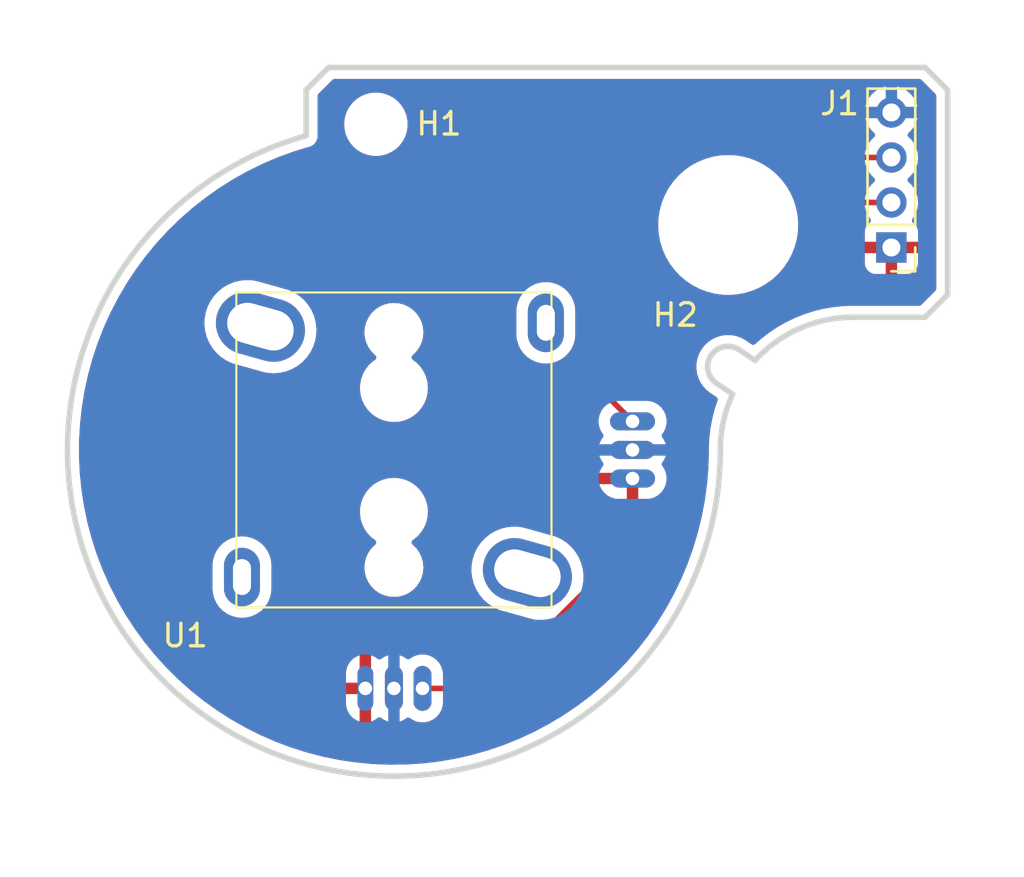
<source format=kicad_pcb>
(kicad_pcb (version 20211014) (generator pcbnew)
  (layers (0 "F.Cu" signal) (31 "B.Cu" signal) (36 "B.SilkS" user "B.Silkscreen") (37 "F.SilkS" user "F.Silkscreen") (38 "B.Mask" user) (39 "F.Mask" user) (44 "Edge.Cuts" user))
  (net 0 "")
  (net 1 "VCC")
  (net 2 "GND")
  (net 3 "Net-(J1-Pad2)")
  (net 4 "Net-(J1-Pad3)")
  (footprint "Gamecube MB:MountingHole_1.8mm" (layer "F.Cu") (at 149.2 85.525)
    (fp_text reference "H1" (at 2.8 -0.025) (layer "F.SilkS"))
    (fp_text value "MountingHole")
    (pad "" np_thru_hole circle locked (at 0 0) (size 1.8 1.8) (drill 1.8) (layers *.Cu *.Mask))
  )
  (footprint "Gamecube MB:MountingHole_5.2mm" (layer "F.Cu") (at 164.85 90)
    (fp_text reference "H2" (at -2.35 4) (layer "F.SilkS"))
    (fp_text value "MountingHole")
    (pad "" np_thru_hole circle locked (at 0 0) (size 5.2 5.2) (drill 5.2) (layers *.Cu *.Mask))
  )
  (footprint "Connector_PinHeader_2.00mm:PinHeader_1x04_P2.00mm_Vertical" (layer "F.Cu") (at 172.1 91 180)
    (fp_text reference "J1" (at 2.3 6.4) (layer "F.SilkS"))
    (fp_text value "Conn_01x04_Male")
    (fp_line (start -1.06 7.06) (end 1.06 7.06) (layer "F.SilkS") (width 0.12))
    (fp_line (start 1.06 1) (end 1.06 7.06) (layer "F.SilkS") (width 0.12))
    (fp_line (start -1.06 1) (end -1.06 7.06) (layer "F.SilkS") (width 0.12))
    (fp_line (start -1.06 1) (end 1.06 1) (layer "F.SilkS") (width 0.12))
    (fp_line (start -1.06 0) (end -1.06 -1.06) (layer "F.SilkS") (width 0.12))
    (fp_line (start -1.06 -1.06) (end 0 -1.06) (layer "F.SilkS") (width 0.12))
    (pad "1" thru_hole rect (at 0 0 180) (size 1.35 1.35) (drill 0.8) (layers *.Cu *.Mask) (net 1 "VCC"))
    (pad "2" thru_hole oval (at 0 2 180) (size 1.35 1.35) (drill 0.8) (layers *.Cu *.Mask) (net 3 "Net-(J1-Pad2)"))
    (pad "3" thru_hole oval (at 0 4 180) (size 1.35 1.35) (drill 0.8) (layers *.Cu *.Mask) (net 4 "Net-(J1-Pad3)"))
    (pad "4" thru_hole oval (at 0 6 180) (size 1.35 1.35) (drill 0.8) (layers *.Cu *.Mask) (net 2 "GND"))
  )
  (footprint "Gamecube MB:GCC_Stickbox_Hall_Only" (layer "F.Cu") (at 150 100 180)
    (fp_text reference "U1" (at 9.275 -8.25 180) (layer "F.SilkS"))
    (fp_text value "Stickbox_Assembly")
    (fp_line (start 7 -7) (end 7 7) (layer "F.SilkS") (width 0.1))
    (fp_line (start -7 7) (end 7 7) (layer "F.SilkS") (width 0.1))
    (fp_line (start -7 -7) (end -7 7) (layer "F.SilkS") (width 0.1))
    (fp_line (start -7 -7) (end 7 -7) (layer "F.SilkS") (width 0.1))
    (pad "" thru_hole oval (at -5.93 -5.48 254.4) (size 2.8 4) (drill oval 1.8 3) (layers *.Cu *.Mask))
    (pad "" np_thru_hole circle (at 0 -2.75 180) (size 2 2) (drill 2) (layers *.Cu *.Mask))
    (pad "" thru_hole oval (at -6.75 5.65 180) (size 1.6 2.6) (drill oval 0.8 1.6) (layers *.Cu *.Mask))
    (pad "" np_thru_hole circle (at 0 2.75 180) (size 2 2) (drill 2) (layers *.Cu *.Mask))
    (pad "" np_thru_hole circle (at 0 -5.225 180) (size 1.6 1.6) (drill 1.6) (layers *.Cu *.Mask))
    (pad "" thru_hole oval (at 5.93 5.48 254.4) (size 2.8 4) (drill oval 1.8 3) (layers *.Cu *.Mask))
    (pad "" thru_hole oval (at 6.75 -5.65 180) (size 1.6 2.6) (drill oval 0.8 1.6) (layers *.Cu *.Mask))
    (pad "" np_thru_hole circle (at 0 5.225 180) (size 1.6 1.6) (drill 1.6) (layers *.Cu *.Mask))
    (pad "1" thru_hole oval (at 1.27 -10.6 180) (size 0.7 2) (drill 0.6) (layers *.Cu *.Mask) (net 1 "VCC"))
    (pad "2" thru_hole oval (at 0 -10.6 180) (size 0.8 2) (drill 0.6) (layers *.Cu *.Mask) (net 2 "GND"))
    (pad "3" thru_hole oval (at -1.27 -10.6 180) (size 0.8 2) (drill 0.6) (layers *.Cu *.Mask) (net 3 "Net-(J1-Pad2)"))
    (pad "4" thru_hole oval (at -10.6 -1.27 270) (size 0.8 2) (drill 0.6) (layers *.Cu *.Mask) (net 1 "VCC"))
    (pad "5" thru_hole oval (at -10.6 0 270) (size 0.8 2) (drill 0.6) (layers *.Cu *.Mask) (net 2 "GND"))
    (pad "6" thru_hole oval (at -10.6 1.27 270) (size 0.8 2) (drill 0.6) (layers *.Cu *.Mask) (net 4 "Net-(J1-Pad3)"))
  )
  (gr_line (start 173.6 83) (end 147.1 83) (layer "Edge.Cuts") (width 0.25))
  (gr_arc (start 166.04561 96.018883) (mid 168.020776 94.600991) (end 170.4 94.1) (layer "Edge.Cuts") (width 0.25))
  (gr_line (start 147.1 83) (end 146.1 84) (layer "Edge.Cuts") (width 0.25))
  (gr_line (start 164.347382 97.050563) (end 165.047893 97.517069) (layer "Edge.Cuts") (width 0.25))
  (gr_line (start 174.6 84) (end 173.6 83) (layer "Edge.Cuts") (width 0.25))
  (gr_arc (start 164.347382 97.050563) (mid 164.097149 95.802612) (end 165.3451 95.552378) (layer "Edge.Cuts") (width 0.25))
  (gr_line (start 166.04561 96.018883) (end 165.3451 95.552378) (layer "Edge.Cuts") (width 0.25))
  (gr_line (start 173.6 94.1) (end 174.6 93.1) (layer "Edge.Cuts") (width 0.25))
  (gr_arc (start 164.5 100) (mid 164.638601 98.728669) (end 165.047893 97.517069) (layer "Edge.Cuts") (width 0.25))
  (gr_line (start 170.4 94.1) (end 173.6 94.1) (layer "Edge.Cuts") (width 0.25))
  (gr_arc (start 164.5 100) (mid 141.233587 111.549892) (end 146.1 86.034328) (layer "Edge.Cuts") (width 0.25))
  (gr_line (start 146.1 84) (end 146.1 86.034328) (layer "Edge.Cuts") (width 0.25))
  (gr_line (start 174.6 93.1) (end 174.6 84) (layer "Edge.Cuts") (width 0.25))
  (segment (start 162.5 98.25) (end 162.5 102.269911) (width 0.25) (layer "F.Cu") (net 3))
  (segment (start 172.1 89) (end 170 89) (width 0.25) (layer "F.Cu") (net 3))
  (segment (start 166.75 85.75) (end 161.75 85.75) (width 0.25) (layer "F.Cu") (net 3))
  (segment (start 162.5 102.269911) (end 154.169911 110.6) (width 0.25) (layer "F.Cu") (net 3))
  (segment (start 161.75 85.75) (end 160.25 87.25) (width 0.25) (layer "F.Cu") (net 3))
  (segment (start 170 89) (end 166.75 85.75) (width 0.25) (layer "F.Cu") (net 3))
  (segment (start 160.25 96) (end 162.5 98.25) (width 0.25) (layer "F.Cu") (net 3))
  (segment (start 160.25 87.25) (end 160.25 96) (width 0.25) (layer "F.Cu") (net 3))
  (segment (start 154.169911 110.6) (end 151.27 110.6) (width 0.25) (layer "F.Cu") (net 3))
  (segment (start 169 87) (end 172.1 87) (width 0.25) (layer "F.Cu") (net 4))
  (segment (start 167 85) (end 169 87) (width 0.25) (layer "F.Cu") (net 4))
  (segment (start 160.6 98.73) (end 159.5 97.63) (width 0.25) (layer "F.Cu") (net 4))
  (segment (start 159.5 97.63) (end 159.5 87) (width 0.25) (layer "F.Cu") (net 4))
  (segment (start 159.5 87) (end 161.5 85) (width 0.25) (layer "F.Cu") (net 4))
  (segment (start 161.5 85) (end 167 85) (width 0.25) (layer "F.Cu") (net 4))
  (zone (net 1) (net_name "VCC") (layer "F.Cu") (connect_pads (clearance 0.508)) (min_thickness 0.254) (fill yes (thermal_gap 0.508) (thermal_bridge_width 0.508))
    (polygon (pts (xy 176 117) (xy 132.5 117) (xy 132.5 80) (xy 176 80)))
  )
  (zone (net 2) (net_name "GND") (layer "B.Cu") (connect_pads (clearance 0.508)) (min_thickness 0.254) (fill yes (thermal_gap 0.508) (thermal_bridge_width 0.508))
    (polygon (pts (xy 178 119) (xy 134 119) (xy 134 81) (xy 178 81)))
  )
)
</source>
